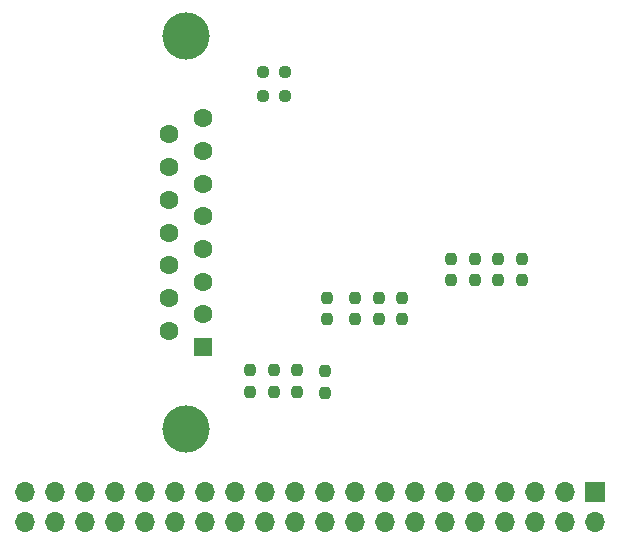
<source format=gbr>
%TF.GenerationSoftware,KiCad,Pcbnew,9.0.0*%
%TF.CreationDate,2025-03-15T18:46:04+01:00*%
%TF.ProjectId,VGA_adapter,5647415f-6164-4617-9074-65722e6b6963,rev?*%
%TF.SameCoordinates,Original*%
%TF.FileFunction,Soldermask,Top*%
%TF.FilePolarity,Negative*%
%FSLAX46Y46*%
G04 Gerber Fmt 4.6, Leading zero omitted, Abs format (unit mm)*
G04 Created by KiCad (PCBNEW 9.0.0) date 2025-03-15 18:46:04*
%MOMM*%
%LPD*%
G01*
G04 APERTURE LIST*
G04 Aperture macros list*
%AMRoundRect*
0 Rectangle with rounded corners*
0 $1 Rounding radius*
0 $2 $3 $4 $5 $6 $7 $8 $9 X,Y pos of 4 corners*
0 Add a 4 corners polygon primitive as box body*
4,1,4,$2,$3,$4,$5,$6,$7,$8,$9,$2,$3,0*
0 Add four circle primitives for the rounded corners*
1,1,$1+$1,$2,$3*
1,1,$1+$1,$4,$5*
1,1,$1+$1,$6,$7*
1,1,$1+$1,$8,$9*
0 Add four rect primitives between the rounded corners*
20,1,$1+$1,$2,$3,$4,$5,0*
20,1,$1+$1,$4,$5,$6,$7,0*
20,1,$1+$1,$6,$7,$8,$9,0*
20,1,$1+$1,$8,$9,$2,$3,0*%
G04 Aperture macros list end*
%ADD10C,1.600000*%
%ADD11R,1.600000X1.600000*%
%ADD12C,4.000000*%
%ADD13RoundRect,0.237500X0.237500X-0.250000X0.237500X0.250000X-0.237500X0.250000X-0.237500X-0.250000X0*%
%ADD14R,1.700000X1.700000*%
%ADD15O,1.700000X1.700000*%
%ADD16RoundRect,0.237500X-0.237500X0.250000X-0.237500X-0.250000X0.237500X-0.250000X0.237500X0.250000X0*%
%ADD17RoundRect,0.237500X-0.250000X-0.237500X0.250000X-0.237500X0.250000X0.237500X-0.250000X0.237500X0*%
G04 APERTURE END LIST*
D10*
%TO.C,J3*%
X121670331Y-108690000D03*
X121670331Y-111460000D03*
X121670331Y-114230000D03*
X121670331Y-117000000D03*
X121670331Y-119770000D03*
X121670331Y-122540000D03*
X121670331Y-125310000D03*
X124510331Y-107305000D03*
X124510331Y-110075000D03*
X124510331Y-112845000D03*
X124510331Y-115615000D03*
X124510331Y-118385000D03*
X124510331Y-121155000D03*
X124510331Y-123925000D03*
D11*
X124510331Y-126695000D03*
D12*
X123090331Y-133650000D03*
X123090331Y-100350000D03*
%TD*%
D13*
%TO.C,RB2*%
X149542000Y-119229500D03*
X149542000Y-121054500D03*
%TD*%
%TO.C,RB1*%
X151542000Y-119229500D03*
X151542000Y-121054500D03*
%TD*%
%TO.C,RG1*%
X134874000Y-128714843D03*
X134874000Y-130539843D03*
%TD*%
D14*
%TO.C,J2*%
X157700000Y-138960000D03*
D15*
X157700000Y-141500000D03*
X155160000Y-138960000D03*
X155160000Y-141500000D03*
X152620000Y-138960000D03*
X152620000Y-141500000D03*
X150080000Y-138960000D03*
X150080000Y-141500000D03*
X147540000Y-138960000D03*
X147540000Y-141500000D03*
X145000000Y-138960000D03*
X145000000Y-141500000D03*
X142460000Y-138960000D03*
X142460000Y-141500000D03*
X139920000Y-138960000D03*
X139920000Y-141500000D03*
X137380000Y-138960000D03*
X137380000Y-141500000D03*
X134840000Y-138960000D03*
X134840000Y-141500000D03*
X132300000Y-138960000D03*
X132300000Y-141500000D03*
X129760000Y-138960000D03*
X129760000Y-141500000D03*
X127220000Y-138960000D03*
X127220000Y-141500000D03*
X124680000Y-138960000D03*
X124680000Y-141500000D03*
X122140000Y-138960000D03*
X122140000Y-141500000D03*
X119600000Y-138960000D03*
X119600000Y-141500000D03*
X117060000Y-138960000D03*
X117060000Y-141500000D03*
X114520000Y-138960000D03*
X114520000Y-141500000D03*
X111980000Y-138960000D03*
X111980000Y-141500000D03*
X109440000Y-138960000D03*
X109440000Y-141500000D03*
%TD*%
D16*
%TO.C,RR4*%
X135000000Y-122531500D03*
X135000000Y-124356500D03*
%TD*%
D13*
%TO.C,RR3*%
X137414000Y-124356500D03*
X137414000Y-122531500D03*
%TD*%
%TO.C,RR2*%
X139414000Y-124356500D03*
X139414000Y-122531500D03*
%TD*%
%TO.C,RR1*%
X141414000Y-124356500D03*
X141414000Y-122531500D03*
%TD*%
D16*
%TO.C,RG4*%
X128500000Y-128675000D03*
X128500000Y-130500000D03*
%TD*%
D13*
%TO.C,RG3*%
X130500000Y-130500000D03*
X130500000Y-128675000D03*
%TD*%
%TO.C,RG2*%
X132500000Y-130500000D03*
X132500000Y-128675000D03*
%TD*%
D16*
%TO.C,RB4*%
X145542000Y-119229500D03*
X145542000Y-121054500D03*
%TD*%
D13*
%TO.C,RB3*%
X147542000Y-121054500D03*
X147542000Y-119229500D03*
%TD*%
D17*
%TO.C,R26*%
X129643500Y-105410000D03*
X131468500Y-105410000D03*
%TD*%
%TO.C,R25*%
X129643500Y-103378000D03*
X131468500Y-103378000D03*
%TD*%
M02*

</source>
